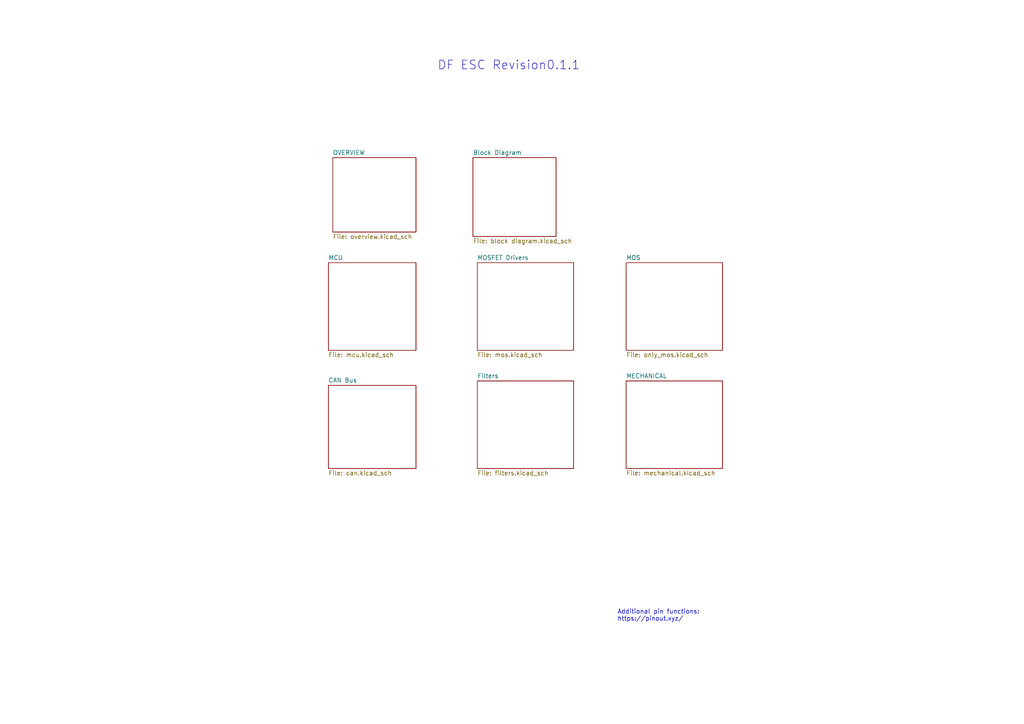
<source format=kicad_sch>
(kicad_sch
	(version 20231120)
	(generator "eeschema")
	(generator_version "8.0")
	(uuid "e63e39d7-6ac0-4ffd-8aa3-1841a4541b55")
	(paper "A4")
	(title_block
		(title "ESC")
		(date "22 july 2024")
	)
	(lib_symbols)
	(text "Additional pin functions:\nhttps://pinout.xyz/"
		(exclude_from_sim no)
		(at 179.07 180.34 0)
		(effects
			(font
				(size 1.27 1.27)
			)
			(justify left bottom)
		)
		(uuid "36e2c557-2c2a-4fba-9b6f-1167ab8ec281")
	)
	(text "DF ESC Revision0.1.1"
		(exclude_from_sim no)
		(at 147.574 19.05 0)
		(effects
			(font
				(size 2.54 2.54)
			)
		)
		(uuid "b3f66016-ae4b-4ccd-9cbf-caeefe9afb69")
	)
	(sheet
		(at 181.61 76.2)
		(size 27.94 25.4)
		(fields_autoplaced yes)
		(stroke
			(width 0.1524)
			(type solid)
		)
		(fill
			(color 0 0 0 0.0000)
		)
		(uuid "11732579-5423-4c91-b4b9-fad48cc24a42")
		(property "Sheetname" "MOS"
			(at 181.61 75.4884 0)
			(effects
				(font
					(size 1.27 1.27)
				)
				(justify left bottom)
			)
		)
		(property "Sheetfile" "only_mos.kicad_sch"
			(at 181.61 102.1846 0)
			(effects
				(font
					(size 1.27 1.27)
				)
				(justify left top)
			)
		)
		(instances
			(project "example_prj"
				(path "/e63e39d7-6ac0-4ffd-8aa3-1841a4541b55"
					(page "4")
				)
			)
		)
	)
	(sheet
		(at 181.61 110.49)
		(size 27.94 25.4)
		(fields_autoplaced yes)
		(stroke
			(width 0.1524)
			(type solid)
		)
		(fill
			(color 0 0 0 0.0000)
		)
		(uuid "2a8b95b6-fcca-4a5b-9149-6e660f45367e")
		(property "Sheetname" "MECHANICAL"
			(at 181.61 109.7784 0)
			(effects
				(font
					(size 1.27 1.27)
				)
				(justify left bottom)
			)
		)
		(property "Sheetfile" "mechanical.kicad_sch"
			(at 181.61 136.4746 0)
			(effects
				(font
					(size 1.27 1.27)
				)
				(justify left top)
			)
		)
		(instances
			(project "example_prj"
				(path "/e63e39d7-6ac0-4ffd-8aa3-1841a4541b55"
					(page "7")
				)
			)
		)
	)
	(sheet
		(at 95.25 111.76)
		(size 25.4 24.13)
		(fields_autoplaced yes)
		(stroke
			(width 0.1524)
			(type solid)
		)
		(fill
			(color 0 0 0 0.0000)
		)
		(uuid "4da1a6d2-873a-4886-9c62-3d7c857f496a")
		(property "Sheetname" "CAN Bus"
			(at 95.25 111.0484 0)
			(effects
				(font
					(size 1.27 1.27)
				)
				(justify left bottom)
			)
		)
		(property "Sheetfile" "can.kicad_sch"
			(at 95.25 136.4746 0)
			(effects
				(font
					(size 1.27 1.27)
				)
				(justify left top)
			)
		)
		(instances
			(project "example_prj"
				(path "/e63e39d7-6ac0-4ffd-8aa3-1841a4541b55"
					(page "5")
				)
			)
		)
	)
	(sheet
		(at 138.43 76.2)
		(size 27.94 25.4)
		(fields_autoplaced yes)
		(stroke
			(width 0.1524)
			(type solid)
		)
		(fill
			(color 0 0 0 0.0000)
		)
		(uuid "b1a0d069-a39a-4403-9c52-1863632eac2e")
		(property "Sheetname" "MOSFET Drivers"
			(at 138.43 75.4884 0)
			(effects
				(font
					(size 1.27 1.27)
				)
				(justify left bottom)
			)
		)
		(property "Sheetfile" "mos.kicad_sch"
			(at 138.43 102.1846 0)
			(effects
				(font
					(size 1.27 1.27)
				)
				(justify left top)
			)
		)
		(instances
			(project "example_prj"
				(path "/e63e39d7-6ac0-4ffd-8aa3-1841a4541b55"
					(page "3")
				)
			)
		)
	)
	(sheet
		(at 96.52 45.72)
		(size 24.13 21.59)
		(fields_autoplaced yes)
		(stroke
			(width 0.1524)
			(type solid)
		)
		(fill
			(color 0 0 0 0.0000)
		)
		(uuid "bacb4445-543e-4a31-a08b-7c50ed685aa1")
		(property "Sheetname" "OVERVIEW"
			(at 96.52 45.0084 0)
			(effects
				(font
					(size 1.27 1.27)
				)
				(justify left bottom)
			)
		)
		(property "Sheetfile" "overview.kicad_sch"
			(at 96.52 67.8946 0)
			(effects
				(font
					(size 1.27 1.27)
				)
				(justify left top)
			)
		)
		(instances
			(project "example_prj"
				(path "/e63e39d7-6ac0-4ffd-8aa3-1841a4541b55"
					(page "8")
				)
			)
		)
	)
	(sheet
		(at 95.25 76.2)
		(size 25.4 25.4)
		(fields_autoplaced yes)
		(stroke
			(width 0.1524)
			(type solid)
		)
		(fill
			(color 0 0 0 0.0000)
		)
		(uuid "d7fe8100-88ff-493b-bd8b-c71c0307f838")
		(property "Sheetname" "MCU"
			(at 95.25 75.4884 0)
			(effects
				(font
					(size 1.27 1.27)
				)
				(justify left bottom)
			)
		)
		(property "Sheetfile" "mcu.kicad_sch"
			(at 95.25 102.1846 0)
			(effects
				(font
					(size 1.27 1.27)
				)
				(justify left top)
			)
		)
		(instances
			(project "example_prj"
				(path "/e63e39d7-6ac0-4ffd-8aa3-1841a4541b55"
					(page "2")
				)
			)
		)
	)
	(sheet
		(at 137.16 45.72)
		(size 24.13 22.86)
		(fields_autoplaced yes)
		(stroke
			(width 0.1524)
			(type solid)
		)
		(fill
			(color 0 0 0 0.0000)
		)
		(uuid "d7ff11ac-27e4-4cf5-9976-49e6f80b5fcf")
		(property "Sheetname" "Block Diagram"
			(at 137.16 45.0084 0)
			(effects
				(font
					(size 1.27 1.27)
				)
				(justify left bottom)
			)
		)
		(property "Sheetfile" "block diagram.kicad_sch"
			(at 137.16 69.1646 0)
			(effects
				(font
					(size 1.27 1.27)
				)
				(justify left top)
			)
		)
		(instances
			(project "example_prj"
				(path "/e63e39d7-6ac0-4ffd-8aa3-1841a4541b55"
					(page "9")
				)
			)
		)
	)
	(sheet
		(at 138.43 110.49)
		(size 27.94 25.4)
		(fields_autoplaced yes)
		(stroke
			(width 0.1524)
			(type solid)
		)
		(fill
			(color 0 0 0 0.0000)
		)
		(uuid "df26f627-ebed-4181-8bab-5c6faf6c28ce")
		(property "Sheetname" "Filters"
			(at 138.43 109.7784 0)
			(effects
				(font
					(size 1.27 1.27)
				)
				(justify left bottom)
			)
		)
		(property "Sheetfile" "filters.kicad_sch"
			(at 138.43 136.4746 0)
			(effects
				(font
					(size 1.27 1.27)
				)
				(justify left top)
			)
		)
		(instances
			(project "example_prj"
				(path "/e63e39d7-6ac0-4ffd-8aa3-1841a4541b55"
					(page "6")
				)
			)
		)
	)
	(sheet_instances
		(path "/"
			(page "1")
		)
	)
)

</source>
